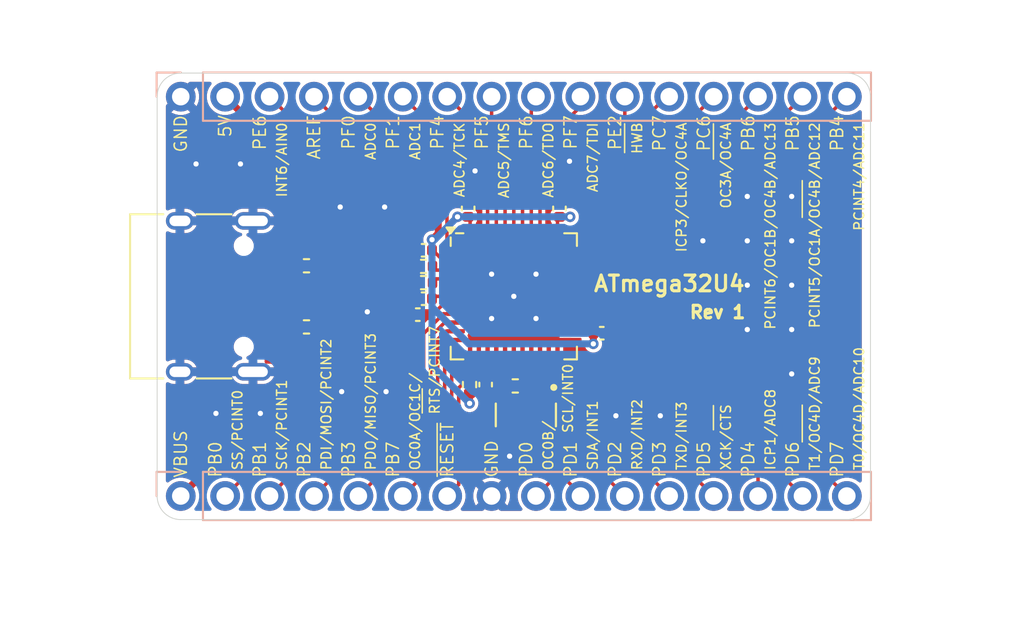
<source format=kicad_pcb>
(kicad_pcb (version 20241229) (generator "pcbnew") (generator_version "9.0")
  (layers (0 "F.Cu" signal) (2 "B.Cu" signal) (13 "F.Paste" user) (15 "B.Paste" user) (5 "F.SilkS" user "F.Silkscreen") (7 "B.SilkS" user "B.Silkscreen") (1 "F.Mask" user) (3 "B.Mask" user) (25 "Edge.Cuts" user))
  (net 0 "")
  (net 1 "GND")
  (net 2 "+5V")
  (net 3 "Net-(U1-UCAP)")
  (net 4 "VBUS")
  (net 5 "Net-(J1-CC2)")
  (net 6 "D-")
  (net 7 "D+")
  (net 9 "Net-(J1-CC1)")
  (net 11 "XTAL2")
  (net 12 "XTAL1")
  (net 13 "Net-(U1-D+)")
  (net 14 "Net-(U1-D-)")
  (net 15 "PF7 (ADC7{slash}TDI)")
  (net 16 "PC6 (OC3A{slash}~{OC4A})")
  (net 17 "PF0 (ADC0)")
  (net 18 "PF6 (ADC6{slash}TDO)")
  (net 19 "PF1 (ADC1)")
  (net 20 "PF4 (ADC4{slash}TCK)")
  (net 21 "PD7 (T0{slash}OC4D{slash}ADC10)")
  (net 22 "PC7 (ICP3{slash}CLKO{slash}OC4A)")
  (net 23 "AREF")
  (net 24 "PB6 (PCINT6{slash}OC1B{slash}OC4B{slash}ADC13)")
  (net 25 "PB4 (PCINT4{slash}ADC11)")
  (net 26 "PF5 (ADC5{slash}TMS)")
  (net 27 "PE2 (~{HWB})")
  (net 28 "PB5 (PCINT5{slash}OC1A{slash}~{OC4B}{slash}ADC12)")
  (net 29 "PD3 (TXD{slash}INT3)")
  (net 30 "~{RESET}")
  (net 31 "PB7 (OC0A{slash}OC1C{slash}~{RTS}{slash}PCINT7)")
  (net 32 "PB1 (SCLK{slash}PCINT1)")
  (net 33 "PD4 (ICP1{slash}ADC8)")
  (net 34 "PE6 (INT6{slash}AIN0)")
  (net 35 "PD1 (SDA{slash}INT1)")
  (net 36 "PD6 (T1{slash}~{OC4D}{slash}ADC9)")
  (net 37 "PB2 (PDI{slash}MOSI{slash}PCINT2)")
  (net 38 "PD2 (RXD{slash}INT2)")
  (net 39 "PD0 (OC0B{slash}SCL{slash}INT0)")
  (net 40 "PB0 (SS{slash}PCINT0)")
  (net 41 "PD5 (XCK{slash}~{CTS})")
  (net 42 "PB3 (PDO{slash}MISO{slash}PCINT3)")
  (footprint "Capacitor_SMD:C_0402_1005Metric" (layer "F.Cu") (at 109.716 101.445 180)
    (property "Reference" "C6" (hide yes))
    (property "Value" "10u")
    (pad "1" smd roundrect (at -0.48 0 180) (size 0.56 0.62) (layers "F.Cu" "F.Mask" "F.Paste") (net 4 "VBUS"))
    (pad "2" smd roundrect (at 0.48 0 180) (size 0.56 0.62) (layers "F.Cu" "F.Mask" "F.Paste") (net 1 "GND"))
  )
  (footprint "Resistor_SMD:R_0402_1005Metric" (layer "F.Cu") (at 103.349 102.148)
    (property "Reference" "R3" (hide yes))
    (property "Value" "5.1k")
    (pad "1" smd roundrect (at -0.51 0) (size 0.54 0.64) (layers "F.Cu" "F.Mask" "F.Paste") (net 5 "Net-(J1-CC2)"))
    (pad "2" smd roundrect (at 0.51 0) (size 0.54 0.64) (layers "F.Cu" "F.Mask" "F.Paste") (net 1 "GND"))
  )
  (footprint "Capacitor_SMD:C_0402_1005Metric" (layer "F.Cu") (at 117.8185 95.367 90)
    (property "Reference" "C3" (hide yes))
    (property "Value" "100n")
    (pad "1" smd roundrect (at -0.48 0 90) (size 0.56 0.62) (layers "F.Cu" "F.Mask" "F.Paste") (net 2 "+5V"))
    (pad "2" smd roundrect (at 0.48 0 90) (size 0.56 0.62) (layers "F.Cu" "F.Mask" "F.Paste") (net 1 "GND"))
  )
  (footprint "Resistor_SMD:R_0402_1005Metric" (layer "F.Cu") (at 110.049 99.6135)
    (property "Reference" "R4" (hide yes))
    (property "Value" "22" (hide yes))
    (pad "1" smd roundrect (at -0.51 0) (size 0.54 0.64) (layers "F.Cu" "F.Mask" "F.Paste") (net 7 "D+"))
    (pad "2" smd roundrect (at 0.51 0) (size 0.54 0.64) (layers "F.Cu" "F.Mask" "F.Paste") (net 13 "Net-(U1-D+)"))
  )
  (footprint "Capacitor_SMD:C_0402_1005Metric" (layer "F.Cu") (at 120.238 102.509)
    (property "Reference" "C2" (hide yes))
    (property "Value" "100n")
    (pad "1" smd roundrect (at -0.48 0) (size 0.56 0.62) (layers "F.Cu" "F.Mask" "F.Paste") (net 2 "+5V"))
    (pad "2" smd roundrect (at 0.48 0) (size 0.56 0.62) (layers "F.Cu" "F.Mask" "F.Paste") (net 1 "GND"))
  )
  (footprint "Resistor_SMD:R_0402_1005Metric" (layer "F.Cu") (at 112.676 105.449 90)
    (property "Reference" "R6" (hide yes))
    (property "Value" "10k")
    (pad "1" smd roundrect (at -0.51 0 90) (size 0.54 0.64) (layers "F.Cu" "F.Mask" "F.Paste") (net 2 "+5V"))
    (pad "2" smd roundrect (at 0.51 0 90) (size 0.54 0.64) (layers "F.Cu" "F.Mask" "F.Paste") (net 30 "~{RESET}"))
  )
  (footprint "Resistor_SMD:R_0402_1005Metric" (layer "F.Cu") (at 115.291 105.526 180)
    (property "Reference" "R1" (hide yes))
    (property "Value" "1M")
    (pad "1" smd roundrect (at -0.51 0 180) (size 0.54 0.64) (layers "F.Cu" "F.Mask" "F.Paste") (net 12 "XTAL1"))
    (pad "2" smd roundrect (at 0.51 0 180) (size 0.54 0.64) (layers "F.Cu" "F.Mask" "F.Paste") (net 11 "XTAL2"))
  )
  (footprint "Capacitor_SMD:C_0402_1005Metric" (layer "F.Cu") (at 112.5965 95.367 90)
    (property "Reference" "C4" (hide yes))
    (property "Value" "100n")
    (pad "1" smd roundrect (at -0.48 0 90) (size 0.56 0.62) (layers "F.Cu" "F.Mask" "F.Paste") (net 2 "+5V"))
    (pad "2" smd roundrect (at 0.48 0 90) (size 0.56 0.62) (layers "F.Cu" "F.Mask" "F.Paste") (net 1 "GND"))
  )
  (footprint "Capacitor_SMD:C_0402_1005Metric" (layer "F.Cu") (at 110.049 100.534 180)
    (property "Reference" "C5" (hide yes))
    (property "Value" "1u")
    (pad "1" smd roundrect (at -0.48 0 180) (size 0.56 0.62) (layers "F.Cu" "F.Mask" "F.Paste") (net 3 "Net-(U1-UCAP)"))
    (pad "2" smd roundrect (at 0.48 0 180) (size 0.56 0.62) (layers "F.Cu" "F.Mask" "F.Paste") (net 1 "GND"))
  )
  (footprint "Capacitor_SMD:C_0402_1005Metric" (layer "F.Cu") (at 110.049 97.762 180)
    (property "Reference" "C7" (hide yes))
    (property "Value" "4.7u")
    (pad "1" smd roundrect (at -0.48 0 180) (size 0.56 0.62) (layers "F.Cu" "F.Mask" "F.Paste") (net 2 "+5V"))
    (pad "2" smd roundrect (at 0.48 0 180) (size 0.56 0.62) (layers "F.Cu" "F.Mask" "F.Paste") (net 1 "GND"))
  )
  (footprint "Capacitor_SMD:C_0402_1005Metric" (layer "F.Cu") (at 113.5965 105.449 -90)
    (property "Reference" "C1" (hide yes))
    (property "Value" "100n")
    (pad "1" smd roundrect (at -0.48 0 270) (size 0.56 0.62) (layers "F.Cu" "F.Mask" "F.Paste") (net 2 "+5V"))
    (pad "2" smd roundrect (at 0.48 0 270) (size 0.56 0.62) (layers "F.Cu" "F.Mask" "F.Paste") (net 1 "GND"))
  )
  (footprint "Connector_USB:USB_C_Receptacle_HRO_TYPE-C-31-M-12" (layer "F.Cu") (at 97.158 100.398 -90)
    (property "Reference" "J1" (hide yes))
    (property "Value" "USB_C_Receptacle_USB2.0_16P" (hide yes))
    (pad "" np_thru_hole circle (at -2.89 -2.6 270) (size 0.65 0.65) (drill 0.65) (layers "*.Cu" "*.Mask"))
    (pad "" np_thru_hole circle (at 2.89 -2.6 270) (size 0.65 0.65) (drill 0.65) (layers "*.Cu" "*.Mask"))
    (pad "A1" smd rect (at -3.25 -4.045 270) (size 0.6 1.45) (layers "F.Cu" "F.Mask" "F.Paste") (net 1 "GND"))
    (pad "A4" smd rect (at -2.45 -4.045 270) (size 0.6 1.45) (layers "F.Cu" "F.Mask" "F.Paste") (net 4 "VBUS"))
    (pad "A5" smd rect (at -1.25 -4.045 270) (size 0.3 1.45) (layers "F.Cu" "F.Mask" "F.Paste") (net 9 "Net-(J1-CC1)"))
    (pad "A6" smd rect (at -0.25 -4.045 270) (size 0.3 1.45) (layers "F.Cu" "F.Mask" "F.Paste") (net 7 "D+"))
    (pad "A7" smd rect (at 0.25 -4.045 270) (size 0.3 1.45) (layers "F.Cu" "F.Mask" "F.Paste") (net 6 "D-"))
    (pad "A8" smd rect (at 1.25 -4.045 270) (size 0.3 1.45) (layers "F.Cu" "F.Mask" "F.Paste"))
    (pad "A9" smd rect (at 2.45 -4.045 270) (size 0.6 1.45) (layers "F.Cu" "F.Mask" "F.Paste") (net 4 "VBUS"))
    (pad "A12" smd rect (at 3.25 -4.045 270) (size 0.6 1.45) (layers "F.Cu" "F.Mask" "F.Paste") (net 1 "GND"))
    (pad "B1" smd rect (at 3.25 -4.045 270) (size 0.6 1.45) (layers "F.Cu" "F.Mask" "F.Paste") (net 1 "GND"))
    (pad "B4" smd rect (at 2.45 -4.045 270) (size 0.6 1.45) (layers "F.Cu" "F.Mask" "F.Paste") (net 4 "VBUS"))
    (pad "B5" smd rect (at 1.75 -4.045 270) (size 0.3 1.45) (layers "F.Cu" "F.Mask" "F.Paste") (net 5 "Net-(J1-CC2)"))
    (pad "B6" smd rect (at 0.75 -4.045 270) (size 0.3 1.45) (layers "F.Cu" "F.Mask" "F.Paste") (net 7 "D+"))
    (pad "B7" smd rect (at -0.75 -4.045 270) (size 0.3 1.45) (layers "F.Cu" "F.Mask" "F.Paste") (net 6 "D-"))
    (pad "B8" smd rect (at -1.75 -4.045 270) (size 0.3 1.45) (layers "F.Cu" "F.Mask" "F.Paste"))
    (pad "B9" smd rect (at -2.45 -4.045 270) (size 0.6 1.45) (layers "F.Cu" "F.Mask" "F.Paste") (net 4 "VBUS"))
    (pad "B12" smd rect (at -3.25 -4.045 270) (size 0.6 1.45) (layers "F.Cu" "F.Mask" "F.Paste") (net 1 "GND"))
    (pad "S1" thru_hole oval (at -4.32 -3.13 270) (size 1 2.1) (drill oval 0.6 1.7) (property pad_prop_heatsink) (layers "*.Cu" "*.Mask") (net 1 "GND"))
    (pad "S1" thru_hole oval (at -4.32 1.05 270) (size 1 1.6) (drill oval 0.6 1.2) (property pad_prop_heatsink) (layers "*.Cu" "*.Mask") (net 1 "GND"))
    (pad "S1" thru_hole oval (at 4.32 -3.13 270) (size 1 2.1) (drill oval 0.6 1.7) (property pad_prop_heatsink) (layers "*.Cu" "*.Mask") (net 1 "GND"))
    (pad "S1" thru_hole oval (at 4.32 1.05 270) (size 1 1.6) (drill oval 0.6 1.2) (property pad_prop_heatsink) (layers "*.Cu" "*.Mask") (net 1 "GND"))
  )
  (footprint "CSTNE16M0V53C000R0:OSC_CSTNE16M0V53C000R0" (layer "F.Cu") (at 115.897 107.187 180)
    (property "Reference" "Y1" (hide yes))
    (property "Value" "CSTNE16M0V53C000R0")
    (pad "1" smd rect (at -1.2 0 180) (size 0.4 1.9) (layers "F.Cu" "F.Mask" "F.Paste") (net 12 "XTAL1"))
    (pad "2" smd rect (at 0 0 180) (size 0.4 1.9) (layers "F.Cu" "F.Mask" "F.Paste") (net 1 "GND"))
    (pad "3" smd rect (at 1.2 0 180) (size 0.4 1.9) (layers "F.Cu" "F.Mask" "F.Paste") (net 11 "XTAL2"))
  )
  (footprint "Resistor_SMD:R_0402_1005Metric" (layer "F.Cu") (at 110.049 98.6825)
    (property "Reference" "R5" (hide yes))
    (property "Value" "22" (hide yes))
    (pad "1" smd roundrect (at -0.51 0) (size 0.54 0.64) (layers "F.Cu" "F.Mask" "F.Paste") (net 6 "D-"))
    (pad "2" smd roundrect (at 0.51 0) (size 0.54 0.64) (layers "F.Cu" "F.Mask" "F.Paste") (net 14 "Net-(U1-D-)"))
  )
  (footprint "Package_DFN_QFN:QFN-44-1EP_7x7mm_P0.5mm_EP5.2x5.2mm" (layer "F.Cu") (at 115.2075 100.398)
    (property "Reference" "U1" (hide yes))
    (property "Value" "ATmega32U4-M")
    (pad "1" smd roundrect (at -3.3375 -2.5) (size 1.075 0.25) (layers "F.Cu" "F.Mask" "F.Paste") (net 34 "PE6 (INT6{slash}AIN0)"))
    (pad "2" smd roundrect (at -3.3375 -2) (size 1.075 0.25) (layers "F.Cu" "F.Mask" "F.Paste") (net 2 "+5V"))
    (pad "3" smd roundrect (at -3.3375 -1.5) (size 1.075 0.25) (layers "F.Cu" "F.Mask" "F.Paste") (net 14 "Net-(U1-D-)"))
    (pad "4" smd roundrect (at -3.3375 -1) (size 1.075 0.25) (layers "F.Cu" "F.Mask" "F.Paste") (net 13 "Net-(U1-D+)"))
    (pad "5" smd roundrect (at -3.3375 -0.5) (size 1.075 0.25) (layers "F.Cu" "F.Mask" "F.Paste") (net 1 "GND"))
    (pad "6" smd roundrect (at -3.3375 0) (size 1.075 0.25) (layers "F.Cu" "F.Mask" "F.Paste") (net 3 "Net-(U1-UCAP)"))
    (pad "7" smd roundrect (at -3.3375 0.5) (size 1.075 0.25) (layers "F.Cu" "F.Mask" "F.Paste") (net 4 "VBUS"))
    (pad "8" smd roundrect (at -3.3375 1) (size 1.075 0.25) (layers "F.Cu" "F.Mask" "F.Paste") (net 40 "PB0 (SS{slash}PCINT0)"))
    (pad "9" smd roundrect (at -3.3375 1.5) (size 1.075 0.25) (layers "F.Cu" "F.Mask" "F.Paste") (net 32 "PB1 (SCLK{slash}PCINT1)"))
    (pad "10" smd roundrect (at -3.3375 2) (size 1.075 0.25) (layers "F.Cu" "F.Mask" "F.Paste") (net 37 "PB2 (PDI{slash}MOSI{slash}PCINT2)"))
    (pad "11" smd roundrect (at -3.3375 2.5) (size 1.075 0.25) (layers "F.Cu" "F.Mask" "F.Paste") (net 42 "PB3 (PDO{slash}MISO{slash}PCINT3)"))
    (pad "12" smd roundrect (at -2.5 3.3375) (size 0.25 1.075) (layers "F.Cu" "F.Mask" "F.Paste") (net 31 "PB7 (OC0A{slash}OC1C{slash}~{RTS}{slash}PCINT7)"))
    (pad "13" smd roundrect (at -2 3.3375) (size 0.25 1.075) (layers "F.Cu" "F.Mask" "F.Paste") (net 30 "~{RESET}"))
    (pad "14" smd roundrect (at -1.5 3.3375) (size 0.25 1.075) (layers "F.Cu" "F.Mask" "F.Paste") (net 2 "+5V"))
    (pad "15" smd roundrect (at -1 3.3375) (size 0.25 1.075) (layers "F.Cu" "F.Mask" "F.Paste") (net 1 "GND"))
    (pad "16" smd roundrect (at -0.5 3.3375) (size 0.25 1.075) (layers "F.Cu" "F.Mask" "F.Paste") (net 11 "XTAL2"))
    (pad "17" smd roundrect (at 0 3.3375) (size 0.25 1.075) (layers "F.Cu" "F.Mask" "F.Paste") (net 12 "XTAL1"))
    (pad "18" smd roundrect (at 0.5 3.3375) (size 0.25 1.075) (layers "F.Cu" "F.Mask" "F.Paste") (net 39 "PD0 (OC0B{slash}SCL{slash}INT0)"))
    (pad "19" smd roundrect (at 1 3.3375) (size 0.25 1.075) (layers "F.Cu" "F.Mask" "F.Paste") (net 35 "PD1 (SDA{slash}INT1)"))
    (pad "20" smd roundrect (at 1.5 3.3375) (size 0.25 1.075) (layers "F.Cu" "F.Mask" "F.Paste") (net 38 "PD2 (RXD{slash}INT2)"))
    (pad "21" smd roundrect (at 2 3.3375) (size 0.25 1.075) (layers "F.Cu" "F.Mask" "F.Paste") (net 29 "PD3 (TXD{slash}INT3)"))
    (pad "22" smd roundrect (at 2.5 3.3375) (size 0.25 1.075) (layers "F.Cu" "F.Mask" "F.Paste") (net 41 "PD5 (XCK{slash}~{CTS})"))
    (pad "23" smd roundrect (at 3.3375 2.5) (size 1.075 0.25) (layers "F.Cu" "F.Mask" "F.Paste") (net 1 "GND"))
    (pad "24" smd roundrect (at 3.3375 2) (size 1.075 0.25) (layers "F.Cu" "F.Mask" "F.Paste") (net 2 "+5V"))
    (pad "25" smd roundrect (at 3.3375 1.5) (size 1.075 0.25) (layers "F.Cu" "F.Mask" "F.Paste") (net 33 "PD4 (ICP1{slash}ADC8)"))
    (pad "26" smd roundrect (at 3.3375 1) (size 1.075 0.25) (layers "F.Cu" "F.Mask" "F.Paste") (net 36 "PD6 (T1{slash}~{OC4D}{slash}ADC9)"))
    (pad "27" smd roundrect (at 3.3375 0.5) (size 1.075 0.25) (layers "F.Cu" "F.Mask" "F.Paste") (net 21 "PD7 (T0{slash}OC4D{slash}ADC10)"))
    (pad "28" smd roundrect (at 3.3375 0) (size 1.075 0.25) (layers "F.Cu" "F.Mask" "F.Paste") (net 25 "PB4 (PCINT4{slash}ADC11)"))
    (pad "29" smd roundrect (at 3.3375 -0.5) (size 1.075 0.25) (layers "F.Cu" "F.Mask" "F.Paste") (net 28 "PB5 (PCINT5{slash}OC1A{slash}~{OC4B}{slash}ADC12)"))
    (pad "30" smd roundrect (at 3.3375 -1) (size 1.075 0.25) (layers "F.Cu" "F.Mask" "F.Paste") (net 24 "PB6 (PCINT6{slash}OC1B{slash}OC4B{slash}ADC13)"))
    (pad "31" smd roundrect (at 3.3375 -1.5) (size 1.075 0.25) (layers "F.Cu" "F.Mask" "F.Paste") (net 16 "PC6 (OC3A{slash}~{OC4A})"))
    (pad "32" smd roundrect (at 3.3375 -2) (size 1.075 0.25) (layers "F.Cu" "F.Mask" "F.Paste") (net 22 "PC7 (ICP3{slash}CLKO{slash}OC4A)"))
    (pad "33" smd roundrect (at 3.3375 -2.5) (size 1.075 0.25) (layers "F.Cu" "F.Mask" "F.Paste") (net 27 "PE2 (~{HWB})"))
    (pad "34" smd roundrect (at 2.5 -3.3375) (size 0.25 1.075) (layers "F.Cu" "F.Mask" "F.Paste") (net 2 "+5V"))
    (pad "35" smd roundrect (at 2 -3.3375) (size 0.25 1.075) (layers "F.Cu" "F.Mask" "F.Paste") (net 1 "GND"))
    (pad "36" smd roundrect (at 1.5 -3.3375) (size 0.25 1.075) (layers "F.Cu" "F.Mask" "F.Paste") (net 15 "PF7 (ADC7{slash}TDI)"))
    (pad "37" smd roundrect (at 1 -3.3375) (size 0.25 1.075) (layers "F.Cu" "F.Mask" "F.Paste") (net 18 "PF6 (ADC6{slash}TDO)"))
    (pad "38" smd roundrect (at 0.5 -3.3375) (size 0.25 1.075) (layers "F.Cu" "F.Mask" "F.Paste") (net 26 "PF5 (ADC5{slash}TMS)"))
    (pad "39" smd roundrect (at 0 -3.3375) (size 0.25 1.075) (layers "F.Cu" "F.Mask" "F.Paste") (net 20 "PF4 (ADC4{slash}TCK)"))
    (pad "40" smd roundrect (at -0.5 -3.3375) (size 0.25 1.075) (layers "F.Cu" "F.Mask" "F.Paste") (net 19 "PF1 (ADC1)"))
    (pad "41" smd roundrect (at -1 -3.3375) (size 0.25 1.075) (layers "F.Cu" "F.Mask" "F.Paste") (net 17 "PF0 (ADC0)"))
    (pad "42" smd roundrect (at -1.5 -3.3375) (size 0.25 1.075) (layers "F.Cu" "F.Mask" "F.Paste") (net 23 "AREF"))
    (pad "43" smd roundrect (at -2 -3.3375) (size 0.25 1.075) (layers "F.Cu" "F.Mask" "F.Paste") (net 1 "GND"))
    (pad "44" smd roundrect (at -2.5 -3.3375) (size 0.25 1.075) (layers "F.Cu" "F.Mask" "F.Paste") (net 2 "+5V"))
    (pad "45" smd rect (at 0 0) (size 5.2 5.2) (property pad_prop_heatsink) (layers "F.Cu" "F.Mask") (net 1 "GND"))
  )
  (footprint "Resistor_SMD:R_0402_1005Metric" (layer "F.Cu") (at 103.349 98.648)
    (property "Reference" "R2" (hide yes))
    (property "Value" "5.1k")
    (pad "1" smd roundrect (at -0.51 0) (size 0.54 0.64) (layers "F.Cu" "F.Mask" "F.Paste") (net 9 "Net-(J1-CC1)"))
    (pad "2" smd roundrect (at 0.51 0) (size 0.54 0.64) (layers "F.Cu" "F.Mask" "F.Paste") (net 1 "GND"))
  )
  (footprint "Connector_PinHeader_2.54mm:PinHeader_1x16_P2.54mm_Vertical" (layer "B.Cu") (at 96.1575 88.968 -90)
    (property "Reference" "J2" (hide yes))
    (property "Value" "Conn_01x16" (hide yes))
    (pad "1" thru_hole circle (at 0 0 270) (size 1.7 1.7) (drill 1) (layers "*.Cu" "*.Mask") (net 1 "GND"))
    (pad "2" thru_hole circle (at 0 -2.54 270) (size 1.7 1.7) (drill 1) (layers "*.Cu" "*.Mask") (net 2 "+5V"))
    (pad "3" thru_hole circle (at 0 -5.08 270) (size 1.7 1.7) (drill 1) (layers "*.Cu" "*.Mask") (net 34 "PE6 (INT6{slash}AIN0)"))
    (pad "4" thru_hole circle (at 0 -7.62 270) (size 1.7 1.7) (drill 1) (layers "*.Cu" "*.Mask") (net 23 "AREF"))
    (pad "5" thru_hole circle (at 0 -10.16 270) (size 1.7 1.7) (drill 1) (layers "*.Cu" "*.Mask") (net 17 "PF0 (ADC0)"))
    (pad "6" thru_hole circle (at 0 -12.7 270) (size 1.7 1.7) (drill 1) (layers "*.Cu" "*.Mask") (net 19 "PF1 (ADC1)"))
    (pad "7" thru_hole circle (at 0 -15.24 270) (size 1.7 1.7) (drill 1) (layers "*.Cu" "*.Mask") (net 20 "PF4 (ADC4{slash}TCK)"))
    (pad "8" thru_hole circle (at 0 -17.78 270) (size 1.7 1.7) (drill 1) (layers "*.Cu" "*.Mask") (net 26 "PF5 (ADC5{slash}TMS)"))
    (pad "9" thru_hole circle (at 0 -20.32 270) (size 1.7 1.7) (drill 1) (layers "*.Cu" "*.Mask") (net 18 "PF6 (ADC6{slash}TDO)"))
    (pad "10" thru_hole circle (at 0 -22.86 270) (size 1.7 1.7) (drill 1) (layers "*.Cu" "*.Mask") (net 15 "PF7 (ADC7{slash}TDI)"))
    (pad "11" thru_hole circle (at 0 -25.4 270) (size 1.7 1.7) (drill 1) (layers "*.Cu" "*.Mask") (net 27 "PE2 (~{HWB})"))
    (pad "12" thru_hole circle (at 0 -27.94 270) (size 1.7 1.7) (drill 1) (layers "*.Cu" "*.Mask") (net 22 "PC7 (ICP3{slash}CLKO{slash}OC4A)"))
    (pad "13" thru_hole circle (at 0 -30.48 270) (size 1.7 1.7) (drill 1) (layers "*.Cu" "*.Mask") (net 16 "PC6 (OC3A{slash}~{OC4A})"))
    (pad "14" thru_hole circle (at 0 -33.02 270) (size 1.7 1.7) (drill 1) (layers "*.Cu" "*.Mask") (net 24 "PB6 (PCINT6{slash}OC1B{slash}OC4B{slash}ADC13)"))
    (pad "15" thru_hole circle (at 0 -35.56 270) (size 1.7 1.7) (drill 1) (layers "*.Cu" "*.Mask") (net 28 "PB5 (PCINT5{slash}OC1A{slash}~{OC4B}{slash}ADC12)"))
    (pad "16" thru_hole circle (at 0 -38.1 270) (size 1.7 1.7) (drill 1) (layers "*.Cu" "*.Mask") (net 25 "PB4 (PCINT4{slash}ADC11)"))
  )
  (footprint "Connector_PinHeader_2.54mm:PinHeader_1x16_P2.54mm_Vertical" (layer "B.Cu") (at 96.1575 111.828 -90)
    (property "Reference" "J3" (hide yes))
    (property "Value" "Conn_01x16" (hide yes))
    (pad "1" thru_hole circle (at 0 0 270) (size 1.7 1.7) (drill 1) (layers "*.Cu" "*.Mask") (net 4 "VBUS"))
    (pad "2" thru_hole circle (at 0 -2.54 270) (size 1.7 1.7) (drill 1) (layers "*.Cu" "*.Mask") (net 40 "PB0 (SS{slash}PCINT0)"))
    (pad "3" thru_hole circle (at 0 -5.08 270) (size 1.7 1.7) (drill 1) (layers "*.Cu" "*.Mask") (net 32 "PB1 (SCLK{slash}PCINT1)"))
    (pad "4" thru_hole circle (at 0 -7.62 270) (size 1.7 1.7) (drill 1) (layers "*.Cu" "*.Mask") (net 37 "PB2 (PDI{slash}MOSI{slash}PCINT2)"))
    (pad "5" thru_hole circle (at 0 -10.16 270) (size 1.7 1.7) (drill 1) (layers "*.Cu" "*.Mask") (net 42 "PB3 (PDO{slash}MISO{slash}PCINT3)"))
    (pad "6" thru_hole circle (at 0 -12.7 270) (size 1.7 1.7) (drill 1) (layers "*.Cu" "*.Mask") (net 31 "PB7 (OC0A{slash}OC1C{slash}~{RTS}{slash}PCINT7)"))
    (pad "7" thru_hole circle (at 0 -15.24 270) (size 1.7 1.7) (drill 1) (layers "*.Cu" "*.Mask") (net 30 "~{RESET}"))
    (pad "8" thru_hole circle (at 0 -17.78 270) (size 1.7 1.7) (drill 1) (layers "*.Cu" "*.Mask") (net 1 "GND"))
    (pad "9" thru_hole circle (at 0 -20.32 270) (size 1.7 1.7) (drill 1) (layers "*.Cu" "*.Mask") (net 39 "PD0 (OC0B{slash}SCL{slash}INT0)"))
    (pad "10" thru_hole circle (at 0 -22.86 270) (size 1.7 1.7) (drill 1) (layers "*.Cu" "*.Mask") (net 35 "PD1 (SDA{slash}INT1)"))
    (pad "11" thru_hole circle (at 0 -25.4 270) (size 1.7 1.7) (drill 1) (layers "*.Cu" "*.Mask") (net 38 "PD2 (RXD{slash}INT2)"))
    (pad "12" thru_hole circle (at 0 -27.94 270) (size 1.7 1.7) (drill 1) (layers "*.Cu" "*.Mask") (net 29 "PD3 (TXD{slash}INT3)"))
    (pad "13" thru_hole circle (at 0 -30.48 270) (size 1.7 1.7) (drill 1) (layers "*.Cu" "*.Mask") (net 41 "PD5 (XCK{slash}~{CTS})"))
    (pad "14" thru_hole circle (at 0 -33.02 270) (size 1.7 1.7) (drill 1) (layers "*.Cu" "*.Mask") (net 33 "PD4 (ICP1{slash}ADC8)"))
    (pad "15" thru_hole circle (at 0 -35.56 270) (size 1.7 1.7) (drill 1) (layers "*.Cu" "*.Mask") (net 36 "PD6 (T1{slash}~{OC4D}{slash}ADC9)"))
    (pad "16" thru_hole circle (at 0 -38.1 270) (size 1.7 1.7) (drill 1) (layers "*.Cu" "*.Mask") (net 21 "PD7 (T0{slash}OC4D{slash}ADC10)"))
  )
  (gr_line (start 96.158 87.618) (end 134.258 87.618) (stroke (width 0.05)) (layer "Edge.Cuts"))
  (gr_line (start 134.258 113.178) (end 96.158 113.178) (stroke (width 0.05)) (layer "Edge.Cuts"))
  (gr_arc (start 134.258 87.618) (mid 135.212594 88.013406) (end 135.608 88.968) (stroke (width 0.05)) (layer "Edge.Cuts"))
  (gr_arc (start 96.158 113.178) (mid 95.203406 112.782594) (end 94.808 111.828) (stroke (width 0.05)) (layer "Edge.Cuts"))
  (gr_line (start 94.808 111.828) (end 94.808 88.968) (stroke (width 0.05)) (layer "Edge.Cuts"))
  (gr_line (start 135.608 88.968) (end 135.608 111.828) (stroke (width 0.05)) (layer "Edge.Cuts"))
  (gr_arc (start 94.808 88.968) (mid 95.203406 88.013406) (end 96.158 87.618) (stroke (width 0.05)) (layer "Edge.Cuts"))
  (gr_arc (start 135.608 111.828) (mid 135.212594 112.782594) (end 134.258 113.178) (stroke (width 0.05)) (layer "Edge.Cuts"))
  (gr_text "PF5\n_{ADC5/TMS }" (at 113.9375 89.968 90) (layer "F.SilkS") (effects (font (size 0.7 0.7) (thickness 0.0875)) (justify right)))
  (gr_text "PB6\n_{PCINT6/OC1B/OC4B/ADC13 }" (at 129.1775 89.968 90) (layer "F.SilkS") (effects (font (size 0.7 0.7) (thickness 0.0875)) (justify right)))
  (gr_text "PB3\n_{ PDO/MISO/PCINT3}" (at 106.3175 110.828 90) (layer "F.SilkS") (effects (font (size 0.7 0.7) (thickness 0.0875)) (justify left)))
  (gr_text "PB4\n_{PCINT4/ADC11 }" (at 134.2575 89.968 90) (layer "F.SilkS") (effects (font (size 0.7 0.7) (thickness 0.0875)) (justify right)))
  (gr_text "PF1\n_{ADC1 }" (at 108.8575 89.968 90) (layer "F.SilkS") (effects (font (size 0.7 0.7) (thickness 0.0875)) (justify right)))
  (gr_text "PE2\n_{~{HWB} }" (at 121.5575 89.968 90) (layer "F.SilkS") (effects (font (size 0.7 0.7) (thickness 0.0875)) (justify right)))
  (gr_text "PD2\n_{ RXD/INT2}" (at 121.5575 110.828 90) (layer "F.SilkS") (effects (font (size 0.7 0.7) (thickness 0.0875)) (justify left)))
  (gr_text "PD3\n_{ TXD/INT3}" (at 124.0975 110.828 90) (layer "F.SilkS") (effects (font (size 0.7 0.7) (thickness 0.0875)) (justify left)))
  (gr_text "PF4\n_{ADC4/TCK }" (at 111.3975 89.968 90) (layer "F.SilkS") (effects (font (size 0.7 0.7) (thickness 0.0875)) (justify right)))
  (gr_text "PF0\n_{ADC0 }" (at 106.3175 89.968 90) (layer "F.SilkS") (effects (font (size 0.7 0.7) (thickness 0.0875)) (justify right)))
  (gr_text "PB1\n_{ SCK/PCINT1}" (at 101.2375 110.828 90) (layer "F.SilkS") (effects (font (size 0.7 0.7) (thickness 0.0875)) (justify left)))
  (gr_text "PD0\n_{ OC0B/}\n    _{ SCL/INT0}" (at 117.0375 110.828 90) (layer "F.SilkS") (effects (font (size 0.7 0.7) (thickness 0.0875)) (justify left)))
  (gr_text "PD6\n_{ T1/~{OC4D}/ADC9}" (at 131.7175 110.828 90) (layer "F.SilkS") (effects (font (size 0.7 0.7) (thickness 0.0875)) (justify left)))
  (gr_text "PD4\n_{ ICP1/ADC8}" (at 129.1775 110.828 90) (layer "F.SilkS") (effects (font (size 0.7 0.7) (thickness 0.0875)) (justify left)))
  (gr_text "PC6\n_{OC3A/~{OC4A} }" (at 126.6375 89.968 90) (layer "F.SilkS") (effects (font (size 0.7 0.7) (thickness 0.0875)) (justify right)))
  (gr_text "PD7\n_{ T0/OC4D/ADC10}" (at 134.2575 110.828 90) (layer "F.SilkS") (effects (font (size 0.7 0.7) (thickness 0.0875)) (justify left)))
  (gr_text "PC7\n_{ICP3/CLKO/OC4A }" (at 124.0975 89.968 90) (layer "F.SilkS") (effects (font (size 0.7 0.7) (thickness 0.0875)) (justify right)))
  (gr_text "5V" (at 98.6975 89.968 90) (layer "F.SilkS") (effects (font (size 0.7 0.7) (thickness 0.0875)) (justify right)))
  (gr_text "PE6\n_{INT6/AIN0 }" (at 101.2375 89.968 90) (layer "F.SilkS") (effects (font (size 0.7 0.7) (thickness 0.0875)) (justify right)))
  (gr_text "~{RESET}" (at 111.3975 110.828 90) (layer "F.SilkS") (effects (font (size 0.7 0.7) (thickness 0.0875)) (justify left)))
  (gr_text "GND" (at 96.1575 89.968 90) (layer "F.SilkS") (effects (font (size 0.7 0.7) (thickness 0.0875)) (justify right)))
  (gr_text "PD5\n_{ XCK/~{CTS}}" (at 126.6375 110.828 90) (layer "F.SilkS") (effects (font (size 0.7 0.7) (thickness 0.0875)) (justify left)))
  (gr_text "PF6\n_{ADC6/TDO }" (at 116.4775 89.968 90) (layer "F.SilkS") (effects (font (size 0.7 0.7) (thickness 0.0875)) (justify right)))
  (gr_text "PB0\n_{ SS/PCINT0}" (at 98.6975 110.828 90) (layer "F.SilkS") (effects (font (size 0.7 0.7) (thickness 0.0875)) (justify left)))
  (gr_text "PD1\n_{ SDA/INT1}" (at 119.0175 110.828 90) (layer "F.SilkS") (effects (font (size 0.7 0.7) (thickness 0.0875)) (justify left)))
  (gr_text "PB7\n_{ OC0A/OC1C/}\n      _{ ~{RTS}/PCINT7}" (at 109.4175 110.828 90) (layer "F.SilkS") (effects (font (size 0.7 0.7) (thickness 0.0875)) (justify left)))
  (gr_text "GND" (at 113.9375 110.828 90) (layer "F.SilkS") (effects (font (size 0.7 0.7) (thickness 0.0875)) (justify left)))
  (gr_text "PF7\n_{ADC7/TDI }" (at 119.0175 89.968 90) (layer "F.SilkS") (effects (font (size 0.7 0.7) (thickness 0.0875)) (justify right)))
  (gr_text "PB5\n_{PCINT5/OC1A/~{OC4B}/ADC12 }" (at 131.7175 89.968 90) (layer "F.SilkS") (effects (font (size 0.7 0.7) (thickness 0.0875)) (justify right)))
  (gr_text "PB2\n_{ PDI/MOSI/PCINT2}" (at 103.7775 110.828 90) (layer "F.SilkS") (effects (font (size 0.7 0.7) (thickness 0.0875)) (justify left)))
  (gr_text "VBUS" (at 96.1575 110.828 90) (layer "F.SilkS") (effects (font (size 0.7 0.7) (thickness 0.0875)) (justify left)))
  (gr_text "ATmega32U4\n        _{Rev 1}" (at 119.698 100.398 0) (layer "F.SilkS") (effects (font (size 0.9 0.9) (thickness 0.18) (bold yes)) (justify left)))
  (gr_text "AREF" (at 103.7775 89.968 90) (layer "F.SilkS") (effects (font (size 0.7 0.7) (thickness 0.0875)) (justify right)))
  (segment (start 113.2075 97.0605) (end 113.2075 95.498) (width 0.2) (layer "F.Cu") (net 1))
  (segment (start 117.2075 97.0605) (end 117.2075 95.498) (width 0.2) (layer "F.Cu") (net 1))
  (segment (start 113.2075 95.498) (end 112.5965 94.887) (width 0.2) (layer "F.Cu") (net 1))
  (segment (start 114.2075 105.318) (end 113.5965 105.929) (width 0.2) (layer "F.Cu") (net 1))
  (segment (start 117.2075 95.498) (end 117.8185 94.887) (width 0.2) (layer "F.Cu") (net 1))
  (segment (start 114.2075 105.318) (end 114.2075 103.7355) (width 0.2) (layer "F.Cu") (net 1))
  (via (at 105.278 95.285) (size 0.6) (drill 0.3) (layers "F.Cu" "B.Cu") (net 1))
  (via (at 116.4775 99.128) (size 0.6) (drill 0.3) (layers "F.Cu" "B.Cu") (net 1))
  (via (at 98.17 107.099) (size 0.6) (drill 0.3) (layers "F.Cu" "B.Cu") (net 1))
  (via (at 113.9375 101.668) (size 0.6) (drill 0.3) (layers "F.Cu" "B.Cu") (net 1))
  (via (at 99.572 92.82) (size 0.6) (drill 0.3) (layers "F.Cu" "B.Cu") (net 1))
  (via (at 115.2075 100.398) (size 0.6) (drill 0.3) (layers "F.Cu" "B.Cu") (net 1))
  (via (at 113.9375 99.128) (size 0.6) (drill 0.3) (layers "F.Cu" "B.Cu") (net 1))
  (via (at 106.828 101.285) (size 0.6) (drill 0.3) (layers "F.Cu" "B.Cu") (net 1))
  (via (at 112.99 93.219) (size 0.6) (drill 0.3) (layers "F.Cu" "B.Cu") (net 1))
  (via (at 131.102 94.679) (size 0.6) (drill 0.3) (layers "F.Cu" "B.Cu") (net 1))
  (via (at 131.102 99.759) (size 0.6) (drill 0.3) (layers "F.Cu" "B.Cu") (net 1))
  (via (at 123.587 107.235) (size 0.6) (drill 0.3) (layers "F.Cu" "B.Cu") (net 1))
  (via (at 128.562 97.219) (size 0.6) (drill 0.3) (layers "F.Cu" "B.Cu") (net 1))
  (via (at 107.901 105.853) (size 0.6) (drill 0.3) (layers "F.Cu" "B.Cu") (net 1))
  (via (at 107.818 95.285) (size 0.6) (drill 0.3) (layers "F.Cu" "B.Cu") (net 1))
  (via (at 121.047 107.235) (size 0.6) (drill 0.3) (layers "F.Cu" "B.Cu") (net 1))
  (via (at 116.4775 101.668) (size 0.6) (drill 0.3) (layers "F.Cu" "B.Cu") (net 1))
  (via (at 126.022 97.219) (size 0.6) (drill 0.3) (layers "F.Cu" "B.Cu") (net 1))
  (via (at 131.102 104.839) (size 0.6) (drill 0.3) (layers "F.Cu" "B.Cu") (net 1))
  (via (at 100.71 107.099) (size 0.6) (drill 0.3) (layers "F.Cu" "B.Cu") (net 1))
  (via (at 114.967 109.549) (size 0.6) (drill 0.3) (layers "F.Cu" "B.Cu") (net 1))
  (via (at 131.102 102.299) (size 0.6) (drill 0.3) (layers "F.Cu" "B.Cu") (net 1))
  (via (at 105.361 105.853) (size 0.6) (drill 0.3) (layers "F.Cu" "B.Cu") (net 1))
  (via (at 131.102 97.219) (size 0.6) (drill 0.3) (layers "F.Cu" "B.Cu") (net 1))
  (via (at 128.562 102.299) (size 0.6) (drill 0.3) (layers "F.Cu" "B.Cu") (net 1))
  (via (at 128.562 99.759) (size 0.6) (drill 0.3) (layers "F.Cu" "B.Cu") (net 1))
  (via (at 128.562 94.679) (size 0.6) (drill 0.3) (layers "F.Cu" "B.Cu") (net 1))
  (via (at 118.393 92.665) (size 0.6) (drill 0.3) (layers "F.Cu" "B.Cu") (net 1))
  (via (at 97.032 92.82) (size 0.6) (drill 0.3) (layers "F.Cu" "B.Cu") (net 1))
  (segment (start 119.758 103.117) (end 119.757 103.118) (width 0.4) (layer "F.Cu") (net 2))
  (segment (start 117.7075 97.0605) (end 117.7075 95.958) (width 0.2) (layer "F.Cu") (net 2))
  (segment (start 112.676 105.8895) (end 113.5965 104.969) (width 0.2) (layer "F.Cu") (net 2))
  (segment (start 110.07348 92.224) (end 110.884 93.03452) (width 0.4) (layer "F.Cu") (net 2))
  (segment (start 113.7075 103.7355) (end 113.7075 104.858) (width 0.2) (layer "F.Cu") (net 2))
  (segment (start 117.7075 95.958) (end 117.8185 95.847) (width 0.2) (layer "F.Cu") (net 2))
  (segment (start 117.8185 95.847) (end 118.429 95.847) (width 0.4) (layer "F.Cu") (net 2))
  (segment (start 112.676 105.959) (end 112.68 105.963) (width 0.2) (layer "F.Cu") (net 2))
  (segment (start 110.529 97.762) (end 110.529 97.152) (width 0.4) (layer "F.Cu") (net 2))
  (segment (start 112.5965 95.847) (end 111.986 95.847) (width 0.4) (layer "F.Cu") (net 2))
  (segment (start 101.9535 92.224) (end 110.07348 92.224) (width 0.4) (layer "F.Cu") (net 2))
  (segment (start 119.647 102.398) (end 119.758 102.509) (width 0.2) (layer "F.Cu") (net 2))
  (segment (start 98.6975 88.968) (end 101.9535 92.224) (width 0.4) (layer "F.Cu") (net 2))
  (segment (start 113.7075 104.858) (end 113.5965 104.969) (width 0.2) (layer "F.Cu") (net 2))
  (segment (start 111.87 98.398) (end 111.21484 98.398) (width 0.2) (layer "F.Cu") (net 2))
  (segment (start 112.676 105.959) (end 112.676 106.524) (width 0.4) (layer "F.Cu") (net 2))
  (segment (start 112.676 106.524) (end 112.68 106.528) (width 0.4) (layer "F.Cu") (net 2))
  (segment (start 118.545 102.398) (end 119.647 102.398) (width 0.2) (layer "F.Cu") (net 2))
  (segment (start 119.758 102.509) (end 119.758 103.117) (width 0.4) (layer "F.Cu") (net 2))
  (segment (start 110.884 93.03452) (end 110.884 96.797) (width 0.4) (layer "F.Cu") (net 2))
  (segment (start 112.7075 97.0605) (end 112.7075 95.958) (width 0.2) (layer "F.Cu") (net 2))
  (segment (start 111.21484 98.398) (end 110.57884 97.762) (width 0.2) (layer "F.Cu") (net 2))
  (segment (start 110.57884 97.762) (end 110.529 97.762) (width 0.2) (layer "F.Cu") (net 2))
  (segment (start 112.7075 95.958) (end 112.5965 95.847) (width 0.2) (layer "F.Cu") (net 2))
  (segment (start 110.884 96.797) (end 110.529 97.152) (width 0.4) (layer "F.Cu") (net 2))
  (segment (start 112.676 105.959) (end 112.676 105.8895) (width 0.2) (layer "F.Cu") (net 2))
  (via (at 111.986 95.847) (size 0.6) (drill 0.3) (layers "F.Cu" "B.Cu") (net 2))
  (via (at 118.429 95.847) (size 0.6) (drill 0.3) (layers "F.Cu" "B.Cu") (net 2))
  (via (at 112.68 106.528) (size 0.6) (drill 0.3) (layers "F.Cu" "B.Cu") (net 2))
  (via (at 119.757 103.118) (size 0.6) (drill 0.3) (layers "F.Cu" "B.Cu") (net 2))
  (via (at 110.529 97.152) (size 0.6) (drill 0.3) (layers "F.Cu" "B.Cu") (net 2))
  (segment (start 119.757 103.118) (end 112.634 103.118) (width 0.4) (layer "B.Cu") (net 2))
  (segment (start 110.529 104.377) (end 112.68 106.528) (width 0.4) (layer "B.Cu") (net 2))
  (segment (start 110.681 97.152) (end 111.986 95.847) (width 0.4) (layer "B.Cu") (net 2))
  (segment (start 110.529 97.152) (end 110.681 97.152) (width 0.4) (layer "B.Cu") (net 2))
  (segment (start 112.634 103.118) (end 110.529 101.013) (width 0.4) (layer "B.Cu") (net 2))
  (segment (start 110.529 101.013) (end 110.529 97.152) (width 0.4) (layer "B.Cu") (net 2))
  (segment (start 111.986 95.847) (end 118.429 95.847) (width 0.4) (layer "B.Cu") (net 2))
  (segment (start 110.529 97.152) (end 110.529 104.377) (width 0.4) (layer "B.Cu") (net 2))
  (segment (start 111.87 100.398) (end 110.665 100.398) (width 0.2) (layer "F.Cu") (net 3))
  (segment (start 110.665 100.398) (end 110.529 100.534) (width 0.2) (layer "F.Cu") (net 3))
  (segment (start 109.911485 101.848485) (end 109.549 102.21097) (width 0.4) (layer "F.Cu") (net 4))
  (segment (start 110.568402 101.445) (end 110.196 101.445) (width 0.2) (layer "F.Cu") (net 4))
  (segment (start 111.115402 100.898) (end 110.568402 101.445) (width 0.2) (layer "F.Cu") (net 4))
  (segment (start 101.224 102.869) (end 108.89097 102.869) (width 0.4) (layer "F.Cu") (net 4))
  (segment (start 101.203 102.848) (end 101.224 102.869) (width 0.4) (layer "F.Cu") (net 4))
  (segment (start 99.676 98.68743) (end 99.676 102.10857) (width 0.4) (layer "F.Cu") (net 4))
  (segment (start 101.203 97.948) (end 100.41543 97.948) (width 0.4) (layer "F.Cu") (net 4))
  (segment (start 99.676 102.10857) (end 100.41543 102.848) (width 0.4) (layer "F.Cu") (net 4))
  (segment (start 108.89097 102.869) (end 109.911485 101.848485) (width 0.4) (layer "F.Cu") (net 4))
  (segment (start 100.41543 97.948) (end 99.676 98.68743) (width 0.4) (layer "F.Cu") (net 4))
  (segment (start 100.41543 102.848) (end 101.203 102.848) (width 0.4) (layer "F.Cu") (net 4))
  (segment (start 109.549 102.21097) (end 109.549 108.15958) (width 0.4) (layer "F.Cu") (net 4))
  (segment (start 108.73558 108.973) (end 99.0125 108.973) (width 0.4) (layer "F.Cu") (net 4))
  (segment (start 109.549 108.15958) (end 108.73558 108.973) (width 0.4) (layer "F.Cu") (net 4))
  (segment (start 99.0125 108.973) (end 96.1575 111.828) (width 0.4) (layer "F.Cu") (net 4))
  (segment (start 111.87 100.898) (end 111.115402 100.898) (width 0.2) (layer "F.Cu") (net 4))
  (segment (start 109.911485 101.848485) (end 110.196 101.56397) (width 0.4) (layer "F.Cu") (net 4))
  (segment (start 110.196 101.56397) (end 110.196 101.445) (width 0.4) (layer "F.Cu") (net 4))
  (segment (start 102.839 102.148) (end 101.203 102.148) (width 0.2) (layer "F.Cu") (net 5))
  (segment (start 101.203 100.648) (end 100.226 100.648) (width 0.2) (layer "F.Cu") (net 6))
  (segment (start 101.203 99.648) (end 102.600654 99.648) (width 0.2) (layer "F.Cu") (net 6))
  (segment (start 100.226 99.648) (end 101.203 99.648) (width 0.2) (layer "F.Cu") (net 6))
  (segment (start 109.539 98.6825) (end 105.118392 98.6825) (width 0.7) (layer "F.Cu") (net 6))
  (segment (start 100.177 100.599) (end 100.177 99.697) (width 0.2) (layer "F.Cu") (net 6))
  (segment (start 102.600654 99.648) (end 102.680154 99.7275) (width 0.2) (layer "F.Cu") (net 6))
  (segment (start 104.073392 99.7275) (end 102.680154 99.7275) (width 0.7) (layer "F.Cu") (net 6))
  (segment (start 105.118392 98.6825) (end 104.073392 99.7275) (width 0.7) (layer "F.Cu") (net 6))
  (segment (start 100.177 99.697) (end 100.226 99.648) (width 0.2) (layer "F.Cu") (net 6))
  (segment (start 100.226 100.648) (end 100.177 100.599) (width 0.2) (layer "F.Cu") (net 6))
  (segment (start 105.461598 99.6135) (end 104.446598 100.6285) (width 0.7) (layer "F.Cu") (net 7))
  (segment (start 102.229 100.197) (end 102.229 101.099) (width 0.2) (layer "F.Cu") (net 7))
  (segment (start 102.18 101.148) (end 101.203 101.148) (width 0.2) (layer "F.Cu") (net 7))
  (segment (start 101.203 100.148) (end 102.18 100.148) (width 0.2) (layer "F.Cu") (net 7))
  (segment (start 109.539 99.6135) (end 105.461598 99.6135) (width 0.7) (layer "F.Cu") (net 7))
  (segment (start 104.446598 100.6285) (end 102.479 100.6285) (width 0.7) (layer "F.Cu") (net 7))
  (segment (start 102.229 101.099) (end 102.18 101.148) (width 0.2) (layer "F.Cu") (net 7))
  (segment (start 102.18 100.148) (end 102.229 100.197) (width 0.2) (layer "F.Cu") (net 7))
  (segment (start 102.339 99.148) (end 102.839 98.648) (width 0.2) (layer "F.Cu") (net 9))
  (segment (start 101.203 99.148) (end 102.339 99.148) (width 0.2) (layer "F.Cu") (net 9))
  (segment (start 114.781 107.103) (end 114.697 107.187) (width 0.2) (layer "F.Cu") (net 11))
  (segment (start 114.7075 103.7355) (end 114.7075 105.4525) (width 0.2) (layer "F.Cu") (net 11))
  (segment (start 114.7075 105.4525) (end 114.781 105.526) (width 0.2) (layer "F.Cu") (net 11))
  (segment (start 114.781 105.526) (end 114.781 107.103) (width 0.2) (layer "F.Cu") (net 11))
  (segment (start 117.097 106.552001) (end 117.097 107.187) (width 0.2) (layer "F.Cu") (net 12))
  (segment (start 115.2075 103.7355) (end 115.2075 104.9325) (width 0.2) (layer "F.Cu") (net 12))
  (segment (start 115.801 105.526) (end 116.070999 105.526) (width 0.2) (layer "F.Cu") (net 12))
  (segment (start 115.2075 104.9325) (end 115.801 105.526) (width 0.2) (layer "F.Cu") (net 12))
  (segment (start 116.070999 105.526) (end 117.097 106.552001) (width 0.2) (layer "F.Cu") (net 12))
  (segment (start 111.87 99.398) (end 110.7745 99.398) (width 0.2) (layer "F.Cu") (net 13))
  (segment (start 110.7745 99.398) (end 110.559 99.6135) (width 0.2) (layer "F.Cu") (net 13))
  (segment (start 111.87 98.898) (end 110.7745 98.898) (width 0.2) (layer "F.Cu") (net 14))
  (segment (start 110.7745 98.898) (end 110.559 98.6825) (width 0.2) (layer "F.Cu") (net 14))
  (segment (start 116.7075 97.0605) (end 116.7075 91.8465) (width 0.2) (layer "F.Cu") (net 15))
  (segment (start 116.7075 91.8465) (end 119.0175 89.5365) (width 0.2) (layer "F.Cu") (net 15))
  (segment (start 119.0175 89.5365) (end 119.0175 88.968) (width 0.2) (layer "F.Cu") (net 15))
  (segment (start 119.832 93.63725) (end 123.35025 90.119) (width 0.2) (layer "F.Cu") (net 16))
  (segment (start 119.165398 98.898) (end 118.545 98.898) (width 0.2) (layer "F.Cu") (net 16))
  (segment (start 119.832 98.231398) (end 119.165398 98.898) (width 0.2) (layer "F.Cu") (net 16))
  (segment (start 125.4865 90.119) (end 126.6375 88.968) (width 0.2) (layer "F.Cu") (net 16))
  (segment (start 119.832 98.231398) (end 119.832 93.63725) (width 0.2) (layer "F.Cu") (net 16))
  (segment (start 123.35025 90.119) (end 125.4865 90.119) (width 0.2) (layer "F.Cu") (net 16))
  (segment (start 113.0738 90.921) (end 108.2705 90.921) (width 0.2) (layer "F.Cu") (net 17))
  (segment (start 114.2075 92.0547) (end 113.0738 90.921) (width 0.2) (layer "F.Cu") (net 17))
  (segment (start 108.2705 90.921) (end 106.3175 88.968) (width 0.2) (layer "F.Cu") (net 17))
  (segment (start 114.2075 97.0605) (end 114.2075 92.0547) (width 0.2) (layer "F.Cu") (net 17))
  (segment (start 116.2075 89.238) (end 116.4775 88.968) (width 0.2) (layer "F.Cu") (net 18))
  (segment (start 116.2075 97.0605) (end 116.2075 89.238) (width 0.2) (layer "F.Cu") (net 18))
  (segment (start 114.7075 91.9876) (end 113.2399 90.52) (width 0.2) (layer "F.Cu") (net 19))
  (segment (start 110.4095 90.52) (end 108.8575 88.968) (width 0.2) (layer "F.Cu") (net 19))
  (segment (start 113.2399 90.52) (end 110.4095 90.52) (width 0.2) (layer "F.Cu") (net 19))
  (segment (start 114.7075 97.0605) (end 114.7075 91.9876) (width 0.2) (layer "F.Cu") (net 19))
  (segment (start 112.5485 90.119) (end 111.3975 88.968) (width 0.2) (layer "F.Cu") (net 20))
  (segment (start 115.2075 91.9205) (end 113.406 90.119) (width 0.2) (layer "F.Cu") (net 20))
  (segment (start 115.2075 97.0605) (end 115.2075 91.9205) (width 0.2) (layer "F.Cu") (net 20))
  (segment (start 113.406 90.119) (end 112.5485 90.119) (width 0.2) (layer "F.Cu") (net 20))
  (segment (start 118.545 100.898) (end 121.3546 100.898) (width 0.2) (layer "F.Cu") (net 21))
  (segment (start 131.1336 110.677) (end 133.1065 110.677) (width 0.2) (layer "F.Cu") (net 21))
  (segment (start 133.1065 110.677) (end 134.2575 111.828) (width 0.2) (layer "F.Cu") (net 21))
  (segment (start 121.3546 100.898) (end 131.1336 110.677) (width 0.2) (layer "F.Cu") (net 21))
  (segment (start 124.0975 88.968) (end 123.93415 88.968) (width 0.2) (layer "F.Cu") (net 22))
  (segment (start 119.098298 98.398) (end 118.545 98.398) (width 0.2) (layer "F.Cu") (net 22))
  (segment (start 119.431 98.065298) (end 119.098298 98.398) (width 0.2) (layer "F.Cu") (net 22))
  (segment (start 123.93415 88.968) (end 119.431 93.47115) (width 0.2) (layer "F.Cu") (net 22))
  (segment (start 119.431 93.47115) (end 119.431 98.065298) (width 0.2) (layer "F.Cu") (net 22))
  (segment (start 113.7075 97.0605) (end 113.7075 92.1218) (width 0.2) (layer "F.Cu") (net 23))
  (segment (start 113.7075 92.1218) (end 112.9077 91.322) (width 0.2) (layer "F.Cu") (net 23))
  (segment (start 112.9077 91.322) (end 106.1315 91.322) (width 0.2) (layer "F.Cu") (net 23))
  (segment (start 106.1315 91.322) (end 103.7775 88.968) (width 0.2) (layer "F.Cu") (net 23))
  (segment (start 120.233 98.397498) (end 119.232498 99.398) (width 0.2) (layer "F.Cu") (net 24))
  (segment (start 129.1775 88.968) (end 127.6255 90.52) (width 0.2) (layer "F.Cu") (net 24))
  (segment (start 123.51635 90.52) (end 120.233 93.80335) (width 0.2) (layer "F.Cu") (net 24))
  (segment (start 127.6255 90.52) (end 123.51635 90.52) (width 0.2) (layer "F.Cu") (net 24))
  (segment (start 119.232498 99.398) (end 118.545 99.398) (width 0.2) (layer "F.Cu") (net 24))
  (segment (start 120.233 93.80335) (end 120.233 98.397498) (width 0.2) (layer "F.Cu") (net 24))
  (segment (start 119.366698 100.398) (end 118.545 100.398) (width 0.2) (layer "F.Cu") (net 25))
  (segment (start 134.2575 88.968) (end 131.9035 91.322) (width 0.2) (layer "F.Cu") (net 25))
  (segment (start 123.84855 91.322) (end 121.035 94.13555) (width 0.2) (layer "F.Cu") (net 25))
  (segment (start 121.035 98.729698) (end 119.366698 100.398) (width 0.2) (layer "F.Cu") (net 25))
  (segment (start 131.9035 91.322) (end 123.84855 91.322) (width 0.2) (layer "F.Cu") (net 25))
  (segment (start 121.035 94.13555) (end 121.035 98.729698) (width 0.2) (layer "F.Cu") (net 25))
  (segment (start 113.9375 90.0834) (end 113.9375 88.968) (width 0.2) (layer "F.Cu") (net 26))
  (segment (start 115.7075 97.0605) (end 115.7075 91.8534) (width 0.2) (layer "F.Cu") (net 26))
  (segment (start 115.7075 91.8534) (end 113.9375 90.0834) (width 0.2) (layer "F.Cu") (net 26))
  (segment (start 118.545 97.898) (end 119.03 97.413) (width 0.2) (layer "F.Cu") (net 27))
  (segment (start 119.03 97.413) (end 119.03 93.30505) (width 0.2) (layer "F.Cu") (net 27))
  (segment (start 119.03 93.30505) (end 121.5575 90.77755) (width 0.2) (layer "F.Cu") (net 27))
  (segment (start 121.5575 90.77755) (end 121.5575 88.968) (width 0.2) (layer "F.Cu") (net 27))
  (segment (start 119.299598 99.898) (end 120.634 98.563598) (width 0.2) (layer "F.Cu") (net 28))
  (segment (start 118.545 99.898) (end 119.299598 99.898) (width 0.2) (layer "F.Cu") (net 28))
  (segment (start 120.634 98.563598) (end 120.634 93.96945) (width 0.2) (layer "F.Cu") (net 28))
  (segment (start 123.68245 90.921) (end 129.7645 90.921) (width 0.2) (layer "F.Cu") (net 28))
  (segment (start 129.7645 90.921) (end 131.7175 88.968) (width 0.2) (layer "F.Cu") (net 28))
  (segment (start 120.634 93.96945) (end 123.68245 90.921) (width 0.2) (layer "F.Cu") (net 28))
  (segment (start 117.2075 103.7355) (end 117.2075 104.288798) (width 0.2) (layer "F.Cu") (net 29))
  (segment (start 118.801 105.4377) (end 118.801 108.5044) (width 0.2) (layer "F.Cu") (net 29))
  (segment (start 117.492702 104.574) (end 117.9373 104.574) (width 0.2) (layer "F.Cu") (net 29))
  (segment (start 118.801 108.5044) (end 120.9736 110.677) (width 0.2) (layer "F.Cu") (net 29))
  (segment (start 117.9373 104.574) (end 118.801 105.4377) (width 0.2) (layer "F.Cu") (net 29))
  (segment (start 117.2075 104.288798) (end 117.492702 104.574) (width 0.2) (layer "F.Cu") (net 29))
  (segment (start 122.9465 110.677) (end 124.0975 111.828) (width 0.2) (layer "F.Cu") (net 29))
  (segment (start 120.9736 110.677) (end 122.9465 110.677) (width 0.2) (layer "F.Cu") (net 29))
  (segment (start 113.2075 104.4075) (end 112.676 104.939) (width 0.2) (layer "F.Cu") (net 30))
  (segment (start 112.055 105.63966) (end 112.055 111.1705) (width 0.2) (layer "F.Cu") (net 30))
  (segment (start 113.2075 103.7355) (end 113.2075 104.4075) (width 0.2) (layer "F.Cu") (net 30))
  (segment (start 112.055 111.1705) (end 111.3975 111.828) (width 0.2) (layer "F.Cu") (net 30))
  (segment (start 112.676 105.01866) (end 112.055 105.63966) (width 0.2) (layer "F.Cu") (net 30))
  (segment (start 112.676 104.939) (end 112.676 105.01866) (width 0.2) (layer "F.Cu") (net 30))
  (segment (start 112.7075 103.7355) (end 111.654 104.789) (width 0.2) (layer "F.Cu") (net 31))
  (segment (start 111.654 104.789) (end 111.654 109.0315) (width 0.2) (layer "F.Cu") (net 31))
  (segment (start 111.654 109.0315) (end 108.8575 111.828) (width 0.2) (layer "F.Cu") (net 31))
  (segment (start 109.1092 109.875) (end 103.1905 109.875) (width 0.2) (layer "F.Cu") (net 32))
  (segment (start 110.451 102.696602) (end 110.451 108.5332) (width 0.2) (layer "F.Cu") (net 32))
  (segment (start 111.87 101.898) (end 111.249602 101.898) (width 0.2) (layer "F.Cu") (net 32))
  (segment (start 110.451 108.5332) (end 109.1092 109.875) (width 0.2) (layer "F.Cu") (net 32))
  (segment (start 103.1905 109.875) (end 101.2375 111.828) (width 0.2) (layer "F.Cu") (net 32))
  (segment (start 111.249602 101.898) (end 110.451 102.696602) (width 0.2) (layer "F.Cu") (net 32))
  (segment (start 118.545 101.898) (end 121.2204 101.898) (width 0.2) (layer "F.Cu") (net 33))
  (segment (start 129.1775 109.8551) (end 129.1775 111.828) (width 0.2) (layer "F.Cu") (net 33))
  (segment (start 121.2204 101.898) (end 129.1775 109.8551) (width 0.2) (layer "F.Cu") (net 33))
  (segment (start 111.87 97.898) (end 111.385 97.413) (width 0.2) (layer "F.Cu") (net 34))
  (segment (start 103.9925 91.723) (end 101.2375 88.968) (width 0.2) (layer "F.Cu") (net 34))
  (segment (start 110.281 91.723) (end 103.9925 91.723) (width 0.2) (layer "F.Cu") (net 34))
  (segment (start 111.385 92.827) (end 110.281 91.723) (width 0.2) (layer "F.Cu") (net 34))
  (segment (start 111.385 97.413) (end 111.385 92.827) (width 0.2) (layer "F.Cu") (net 34))
  (segment (start 117.999 105.7699) (end 117.999 110.705) (width 0.2) (layer "F.Cu") (net 35))
  (segment (start 117.6051 105.376) (end 117.999 105.7699) (width 0.2) (layer "F.Cu") (net 35))
  (segment (start 116.2075 103.7355) (end 116.2075 104.422998) (width 0.2) (layer "F.Cu") (net 35))
  (segment (start 117.160502 105.376) (end 117.6051 105.376) (width 0.2) (layer "F.Cu") (net 35))
  (segment (start 116.2075 104.422998) (end 117.160502 105.376) (width 0.2) (layer "F.Cu") (net 35))
  (segment (start 119.0175 111.7235) (end 119.0175 111.828) (width 0.2) (layer "F.Cu") (net 35))
  (segment (start 117.999 110.705) (end 119.0175 111.7235) (width 0.2) (layer "F.Cu") (net 35))
  (segment (start 121.2875 101.398) (end 131.7175 111.828) (width 0.2) (layer "F.Cu") (net 36))
  (segment (start 118.545 101.398) (end 121.2875 101.398) (width 0.2) (layer "F.Cu") (net 36))
  (segment (start 110.852 102.862702) (end 110.852 108.6993) (width 0.2) (layer "F.Cu") (net 37))
  (segment (start 109.2753 110.276) (end 105.3295 110.276) (width 0.2) (layer "F.Cu") (net 37))
  (segment (start 111.25 102.472) (end 111.242702 102.472) (width 0.2) (layer "F.Cu") (net 37))
  (segment (start 111.25 102.464702) (end 111.25 102.472) (width 0.2) (layer "F.Cu") (net 37))
  (segment (start 110.852 108.6993) (end 109.2753 110.276) (width 0.2) (layer "F.Cu") (net 37))
  (segment (start 105.3295 110.276) (end 103.7775 111.828) (width 0.2) (layer "F.Cu") (net 37))
  (segment (start 111.242702 102.472) (end 110.852 102.862702) (width 0.2) (layer "F.Cu") (net 37))
  (segment (start 111.316702 102.398) (end 111.25 102.464702) (width 0.2) (layer "F.Cu") (net 37))
  (segment (start 111.87 102.398) (end 111.316702 102.398) (width 0.2) (layer "F.Cu") (net 37))
  (segment (start 117.326602 104.975) (end 117.7712 104.975) (width 0.2) (layer "F.Cu") (net 38))
  (segment (start 118.4 108.6705) (end 121.5575 111.828) (width 0.2) (layer "F.Cu") (net 38))
  (segment (start 118.4 105.6038) (end 118.4 108.6705) (width 0.2) (layer "F.Cu") (net 38))
  (segment (start 117.7712 104.975) (end 118.4 105.6038) (width 0.2) (layer "F.Cu") (net 38))
  (segment (start 116.7075 103.7355) (end 116.7075 104.355898) (width 0.2) (layer "F.Cu") (net 38))
  (segment (start 116.7075 104.355898) (end 117.326602 104.975) (width 0.2) (layer "F.Cu") (net 38))
  (segment (start 117.598 110.7075) (end 116.4775 111.828) (width 0.2) (layer "F.Cu") (net 39))
  (segment (start 117.439 105.777) (end 117.598 105.936) (width 0.2) (layer "F.Cu") (net 39))
  (segment (start 116.994402 105.777) (end 117.439 105.777) (width 0.2) (layer "F.Cu") (net 39))
  (segment (start 115.7075 104.490098) (end 116.994402 105.777) (width 0.2) (layer "F.Cu") (net 39))
  (segment (start 117.598 105.936) (end 117.598 110.7075) (width 0.2) (layer "F.Cu") (net 39))
  (segment (start 115.7075 103.7355) (end 115.7075 104.490098) (width 0.2) (layer "F.Cu") (net 39))
  (segment (start 108.9431 109.474) (end 101.0515 109.474) (width 0.2) (layer "F.Cu") (net 40))
  (segment (start 101.0515 109.474) (end 98.6975 111.828) (width 0.2) (layer "F.Cu") (net 40))
  (segment (start 111.182502 101.398) (end 110.05 102.530502) (width 0.2) (layer "F.Cu") (net 40))
  (segment (start 110.05 102.530502) (end 110.05 108.3671) (width 0.2) (layer "F.Cu") (net 40))
  (segment (start 111.87 101.398) (end 111.182502 101.398) (width 0.2) (layer "F.Cu") (net 40))
  (segment (start 110.05 108.3671) (end 108.9431 109.474) (width 0.2) (layer "F.Cu") (net 40))
  (segment (start 119.202 108.3383) (end 121.1397 110.276) (width 0.2) (layer "F.Cu") (net 41))
  (segment (start 119.202 105.2716) (end 119.202 108.3383) (width 0.2) (layer "F.Cu") (net 41))
  (segment (start 117.7075 103.7771) (end 119.202 105.2716) (width 0.2) (layer "F.Cu") (net 41))
  (segment (start 125.0855 110.276) (end 126.6375 111.828) (width 0.2) (layer "F.Cu") (net 41))
  (segment (start 117.7075 103.7355) (end 117.7075 103.7771) (width 0.2) (layer "F.Cu") (net 41))
  (segment (start 121.1397 110.276) (end 125.0855 110.276) (width 0.2) (layer "F.Cu") (net 41))
  (segment (start 111.253 108.8654) (end 109.4414 110.677) (width 0.2) (layer "F.Cu") (net 42))
  (segment (start 109.4414 110.677) (end 107.4685 110.677) (width 0.2) (layer "F.Cu") (net 42))
  (segment (start 107.4685 110.677) (end 106.3175 111.828) (width 0.2) (layer "F.Cu") (net 42))
  (segment (start 111.253 103.515) (end 111.253 108.8654) (width 0.2) (layer "F.Cu") (net 42))
  (segment (start 111.87 102.898) (end 111.253 103.515) (width 0.2) (layer "F.Cu") (net 42))
  (zone (net 6) (net_name "D-") (layer "F.Cu") (priority 1) (connect_pads yes (clearance 0.2)) (min_thickness 0.2) (fill yes (thermal_gap 0.5) (thermal_bridge_width 0.5))
    (polygon (pts (xy 103.148 99.377) (xy 101.729 99.377) (xy 101.729 100.079) (xy 103.148 100.079)))
  )
  (zone (net 7) (net_name "D+") (layer "F.Cu") (priority 2) (connect_pads yes (clearance 0.2)) (min_thickness 0.2) (fill yes (thermal_gap 0.5) (thermal_bridge_width 0.5))
    (polygon (pts (xy 102.58 100.278) (xy 102.225 100.278) (xy 102.225 100.979) (xy 102.58 100.979)))
  )
  (zone (net 1) (net_name "GND") (layers "F.Cu" "B.Cu") (connect_pads (clearance 0.2)) (min_thickness 0.2) (fill yes (thermal_gap 0.2) (thermal_bridge_width 0.5))
    (polygon (pts (xy 85.818 83.434) (xy 85.818 119.388) (xy 144.41 119.388) (xy 144.41 83.434)))
  )
)
</source>
